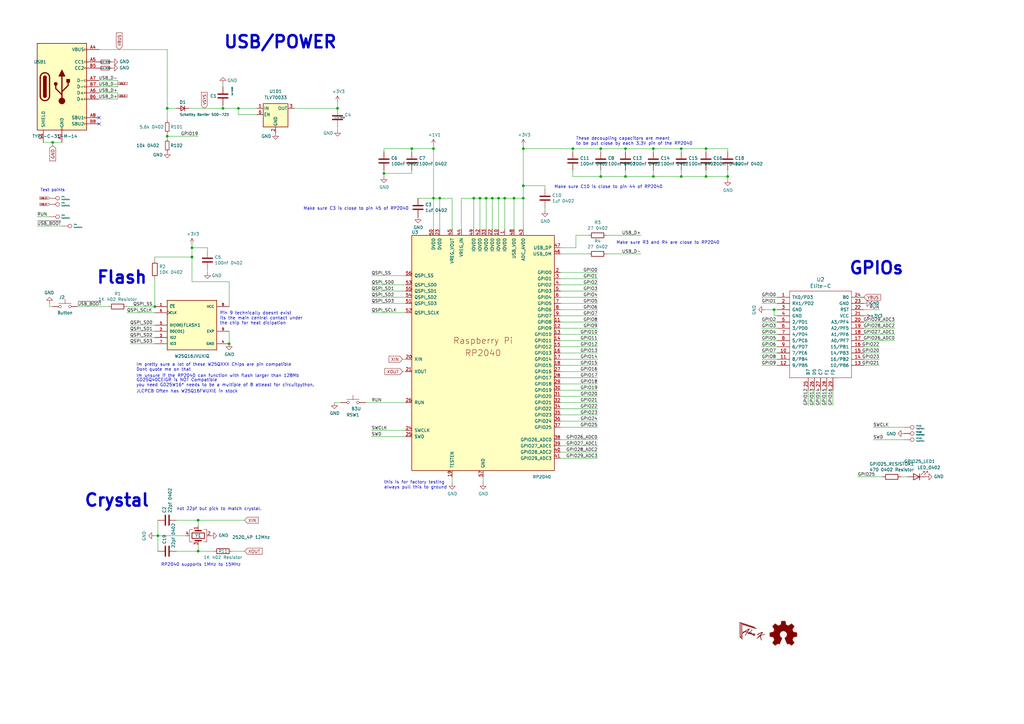
<source format=kicad_sch>
(kicad_sch (version 20211123) (generator eeschema)
  (paper "A3")
  (title_block (title "Raspberry Pi Pico Clone") (date "2020-12-18") (rev "REV1") (company "Envious.Design"))
  (lib_symbols
    (symbol "Connector:TestPoint" (pin_numbers hide) (pin_names (offset 0.762) hide)
      (property "Reference" "TP" (at 0 6.858 0))
      (property "Value" "TestPoint" (at 0 5.08 0))
      (symbol "TestPoint_1_1"
        (pin passive line (at 0 0 90) (length 2.54) (name "1") (number "1"))
      )
    )
    (symbol "Device:C" (pin_numbers hide) (pin_names (offset 0.254))
      (property "Reference" "C" (at 0.635 2.54 0))
      (property "Value" "C" (at 0.635 -2.54 0))
      (symbol "C_1_1"
        (pin passive line (at 0 3.81 270) (length 2.794) (name "~") (number "1"))
        (pin passive line (at 0 -3.81 90) (length 2.794) (name "~") (number "2"))
      )
    )
    (symbol "Device:Crystal_GND24" (pin_names (offset 1.016) hide)
      (property "Reference" "Y" (at 3.175 5.08 0))
      (property "Value" "Crystal_GND24" (at 3.175 3.175 0))
      (symbol "Crystal_GND24_1_1"
        (pin passive line (at -3.81 0 0) (length 1.27) (name "1") (number "1"))
        (pin passive line (at 0 5.08 270) (length 1.27) (name "2") (number "2"))
        (pin passive line (at 3.81 0 180) (length 1.27) (name "3") (number "3"))
        (pin passive line (at 0 -5.08 90) (length 1.27) (name "4") (number "4"))
      )
    )
    (symbol "Device:D_Small" (pin_numbers hide) (pin_names (offset 0.254) hide)
      (property "Reference" "D" (at -1.27 2.032 0))
      (property "Value" "D_Small" (at -3.81 -2.032 0))
      (symbol "D_Small_1_1"
        (pin passive line (at -2.54 0 0) (length 1.778) (name "K") (number "1"))
        (pin passive line (at 2.54 0 180) (length 1.778) (name "A") (number "2"))
      )
    )
    (symbol "Device:LED" (pin_numbers hide) (pin_names (offset 1.016) hide)
      (property "Reference" "D" (at 0 2.54 0))
      (property "Value" "LED" (at 0 -2.54 0))
      (symbol "LED_1_1"
        (pin passive line (at -3.81 0 0) (length 2.54) (name "K") (number "1"))
        (pin passive line (at 3.81 0 180) (length 2.54) (name "A") (number "2"))
      )
    )
    (symbol "Device:R" (pin_numbers hide) (pin_names (offset 0))
      (property "Reference" "R" (at 2.032 0 90))
      (property "Value" "R" (at 0 0 90))
      (symbol "R_1_1"
        (pin passive line (at 0 3.81 270) (length 1.27) (name "~") (number "1"))
        (pin passive line (at 0 -3.81 90) (length 1.27) (name "~") (number "2"))
      )
    )
    (symbol "Device:R_Small" (pin_numbers hide) (pin_names (offset 0.254) hide)
      (property "Reference" "R" (at 0.762 0.508 0))
      (property "Value" "R_Small" (at 0.762 -1.016 0))
      (symbol "R_Small_1_1"
        (pin passive line (at 0 2.54 270) (length 0.762) (name "~") (number "1"))
        (pin passive line (at 0 -2.54 90) (length 0.762) (name "~") (number "2"))
      )
    )
    (symbol "Graphic:Logo_Open_Hardware_Small" (pin_names (offset 1.016)))
    (symbol "MCU_RaspberryPi_RP2040:RP2040" (pin_names (offset 1.016))
      (property "Reference" "U" (at -29.21 49.53 0))
      (property "Value" "RP2040" (at 24.13 -49.53 0))
      (symbol "RP2040_0_0"
        (text "Raspberry Pi" (at 0 5.08 0) (effects (font (size 2.54 2.54))))
        (text "RP2040" (at 0 0 0) (effects (font (size 2.54 2.54))))
      )
      (symbol "RP2040_1_1"
        (pin power_in line (at 8.89 50.8 270) (length 2.54) (name "IOVDD") (number "1"))
        (pin power_in line (at 6.35 50.8 270) (length 2.54) (name "IOVDD") (number "10"))
        (pin bidirectional line (at 31.75 12.7 180) (length 2.54) (name "GPIO8") (number "11"))
        (pin bidirectional line (at 31.75 10.16 180) (length 2.54) (name "GPIO9") (number "12"))
        (pin bidirectional line (at 31.75 7.62 180) (length 2.54) (name "GPIO10") (number "13"))
        (pin bidirectional line (at 31.75 5.08 180) (length 2.54) (name "GPIO11") (number "14"))
        (pin bidirectional line (at 31.75 2.54 180) (length 2.54) (name "GPIO12") (number "15"))
        (pin bidirectional line (at 31.75 0 180) (length 2.54) (name "GPIO13") (number "16"))
        (pin bidirectional line (at 31.75 -2.54 180) (length 2.54) (name "GPIO14") (number "17"))
        (pin bidirectional line (at 31.75 -5.08 180) (length 2.54) (name "GPIO15") (number "18"))
        (pin passive line (at -12.7 -50.8 90) (length 2.54) (name "TESTEN") (number "19"))
        (pin bidirectional line (at 31.75 33.02 180) (length 2.54) (name "GPIO0") (number "2"))
        (pin input line (at -31.75 -2.54 0) (length 2.54) (name "XIN") (number "20"))
        (pin passive line (at -31.75 -7.62 0) (length 2.54) (name "XOUT") (number "21"))
        (pin power_in line (at 3.81 50.8 270) (length 2.54) (name "IOVDD") (number "22"))
        (pin power_in line (at -17.78 50.8 270) (length 2.54) (name "DVDD") (number "23"))
        (pin output line (at -31.75 -31.75 0) (length 2.54) (name "SWCLK") (number "24"))
        (pin bidirectional line (at -31.75 -34.29 0) (length 2.54) (name "SWD") (number "25"))
        (pin input line (at -31.75 -20.32 0) (length 2.54) (name "RUN") (number "26"))
        (pin bidirectional line (at 31.75 -7.62 180) (length 2.54) (name "GPIO16") (number "27"))
        (pin bidirectional line (at 31.75 -10.16 180) (length 2.54) (name "GPIO17") (number "28"))
        (pin bidirectional line (at 31.75 -12.7 180) (length 2.54) (name "GPIO18") (number "29"))
        (pin bidirectional line (at 31.75 30.48 180) (length 2.54) (name "GPIO1") (number "3"))
        (pin bidirectional line (at 31.75 -15.24 180) (length 2.54) (name "GPIO19") (number "30"))
        (pin bidirectional line (at 31.75 -17.78 180) (length 2.54) (name "GPIO20") (number "31"))
        (pin bidirectional line (at 31.75 -20.32 180) (length 2.54) (name "GPIO21") (number "32"))
        (pin power_in line (at 1.27 50.8 270) (length 2.54) (name "IOVDD") (number "33"))
        (pin bidirectional line (at 31.75 -22.86 180) (length 2.54) (name "GPIO22") (number "34"))
        (pin bidirectional line (at 31.75 -25.4 180) (length 2.54) (name "GPIO23") (number "35"))
        (pin bidirectional line (at 31.75 -27.94 180) (length 2.54) (name "GPIO24") (number "36"))
        (pin bidirectional line (at 31.75 -30.48 180) (length 2.54) (name "GPIO25") (number "37"))
        (pin bidirectional line (at 31.75 -35.56 180) (length 2.54) (name "GPIO26_ADC0") (number "38"))
        (pin bidirectional line (at 31.75 -38.1 180) (length 2.54) (name "GPIO27_ADC1") (number "39"))
        (pin bidirectional line (at 31.75 27.94 180) (length 2.54) (name "GPIO2") (number "4"))
        (pin bidirectional line (at 31.75 -40.64 180) (length 2.54) (name "GPIO28_ADC2") (number "40"))
        (pin bidirectional line (at 31.75 -43.18 180) (length 2.54) (name "GPIO29_ADC3") (number "41"))
        (pin power_in line (at -1.27 50.8 270) (length 2.54) (name "IOVDD") (number "42"))
        (pin power_in line (at 16.51 50.8 270) (length 2.54) (name "ADC_AVDD") (number "43"))
        (pin power_in line (at -8.89 50.8 270) (length 2.54) (name "VREG_IN") (number "44"))
        (pin power_out line (at -12.7 50.8 270) (length 2.54) (name "VREG_VOUT") (number "45"))
        (pin bidirectional line (at 31.75 40.64 180) (length 2.54) (name "USB_DM") (number "46"))
        (pin bidirectional line (at 31.75 43.18 180) (length 2.54) (name "USB_DP") (number "47"))
        (pin power_in line (at 12.7 50.8 270) (length 2.54) (name "USB_VDD") (number "48"))
        (pin power_in line (at -3.81 50.8 270) (length 2.54) (name "IOVDD") (number "49"))
        (pin bidirectional line (at 31.75 25.4 180) (length 2.54) (name "GPIO3") (number "5"))
        (pin power_in line (at -20.32 50.8 270) (length 2.54) (name "DVDD") (number "50"))
        (pin bidirectional line (at -31.75 20.32 0) (length 2.54) (name "QSPI_SD3") (number "51"))
        (pin output line (at -31.75 16.51 0) (length 2.54) (name "QSPI_SCLK") (number "52"))
        (pin bidirectional line (at -31.75 27.94 0) (length 2.54) (name "QSPI_SD0") (number "53"))
        (pin bidirectional line (at -31.75 22.86 0) (length 2.54) (name "QSPI_SD2") (number "54"))
        (pin bidirectional line (at -31.75 25.4 0) (length 2.54) (name "QSPI_SD1") (number "55"))
        (pin bidirectional line (at -31.75 31.75 0) (length 2.54) (name "QSPI_SS") (number "56"))
        (pin power_in line (at 0 -50.8 90) (length 2.54) (name "GND") (number "57"))
        (pin bidirectional line (at 31.75 22.86 180) (length 2.54) (name "GPIO4") (number "6"))
        (pin bidirectional line (at 31.75 20.32 180) (length 2.54) (name "GPIO5") (number "7"))
        (pin bidirectional line (at 31.75 17.78 180) (length 2.54) (name "GPIO6") (number "8"))
        (pin bidirectional line (at 31.75 15.24 180) (length 2.54) (name "GPIO7") (number "9"))
      )
    )
    (symbol "Regulator_Linear:TLV70033_WSON6" (pin_names (offset 0.254))
      (property "Reference" "U" (at -3.81 5.715 0))
      (property "Value" "TLV70033_WSON6" (at 0 5.715 0))
      (symbol "TLV70033_WSON6_1_1"
        (pin power_in line (at -7.62 2.54 0) (length 2.54) (name "IN") (number "1"))
        (pin power_in line (at 0 -7.62 90) (length 2.54) (name "GND") (number "2"))
        (pin power_out line (at 7.62 2.54 180) (length 2.54) (name "OUT") (number "3"))
        (pin no_connect line (at 7.62 0 180) (length 2.54) hide (name "NC") (number "4"))
        (pin no_connect line (at -2.54 -7.62 90) (length 2.54) hide (name "NC") (number "5"))
        (pin input line (at -7.62 0 0) (length 2.54) (name "EN") (number "6"))
      )
    )
    (symbol "Switch:SW_Push" (pin_numbers hide) (pin_names (offset 1.016) hide)
      (property "Reference" "SW" (at 1.27 2.54 0))
      (property "Value" "SW_Push" (at 0 -1.524 0))
      (symbol "SW_Push_0_1"
        (pin passive line (at -5.08 0 0) (length 2.54) (name "1") (number "1"))
        (pin passive line (at 5.08 0 180) (length 2.54) (name "2") (number "2"))
      )
    )
    (symbol "W25Q256JVEIQ_TR:W25Q256JVEIQ_TR" (pin_names (offset 1.016))
      (property "Reference" "U" (at -10.16 10.668 0))
      (property "Value" "W25Q256JVEIQ_TR" (at -10.16 -13.208 0))
      (symbol "W25Q256JVEIQ_TR_0_0"
        (pin input line (at -15.24 7.62 0) (length 5.08) (name "~{CS}") (number "1"))
        (pin bidirectional line (at -15.24 -2.54 0) (length 5.08) (name "DO(IO1)") (number "2"))
        (pin bidirectional line (at -15.24 -5.08 0) (length 5.08) (name "IO2") (number "3"))
        (pin power_in line (at 15.24 -7.62 180) (length 5.08) (name "GND") (number "4"))
        (pin bidirectional line (at -15.24 0 0) (length 5.08) (name "DI(IO0)") (number "5"))
        (pin input clock (at -15.24 5.08 0) (length 5.08) (name "CLK") (number "6"))
        (pin bidirectional line (at -15.24 -7.62 0) (length 5.08) (name "IO3") (number "7"))
        (pin power_in line (at 15.24 7.62 180) (length 5.08) (name "VCC") (number "8"))
        (pin power_in line (at 15.24 -2.54 180) (length 5.08) (name "EXP") (number "9"))
      )
    )
    (symbol "josh-connector:USB_C_U262-161N-4BVC11" (pin_names (offset 1.016))
      (property "Reference" "J" (at -10.16 19.05 0))
      (property "Value" "USB_C_U262-161N-4BVC11" (at 19.05 19.05 0))
      (symbol "USB_C_U262-161N-4BVC11_1_1"
        (pin power_in line (at 0 -22.86 90) (length 5.08) (name "GND") (number "A1"))
        (pin passive line (at 0 -22.86 90) (length 5.08) hide (name "GND") (number "A12"))
        (pin power_in line (at 15.24 15.24 180) (length 5.08) (name "VBUS") (number "A4"))
        (pin bidirectional line (at 15.24 10.16 180) (length 5.08) (name "CC1") (number "A5"))
        (pin bidirectional line (at 15.24 -2.54 180) (length 5.08) (name "D+") (number "A6"))
        (pin bidirectional line (at 15.24 2.54 180) (length 5.08) (name "D-") (number "A7"))
        (pin bidirectional line (at 15.24 -12.7 180) (length 5.08) (name "SBU1") (number "A8"))
        (pin passive line (at 15.24 15.24 180) (length 5.08) hide (name "VBUS") (number "A9"))
        (pin passive line (at 0 -22.86 90) (length 5.08) hide (name "GND") (number "B1"))
        (pin passive line (at 0 -22.86 90) (length 5.08) hide (name "GND") (number "B12"))
        (pin passive line (at 15.24 15.24 180) (length 5.08) hide (name "VBUS") (number "B4"))
        (pin bidirectional line (at 15.24 7.62 180) (length 5.08) (name "CC2") (number "B5"))
        (pin bidirectional line (at 15.24 -5.08 180) (length 5.08) (name "D+") (number "B6"))
        (pin bidirectional line (at 15.24 0 180) (length 5.08) (name "D-") (number "B7"))
        (pin bidirectional line (at 15.24 -15.24 180) (length 5.08) (name "SBU2") (number "B8"))
        (pin passive line (at 15.24 15.24 180) (length 5.08) hide (name "VBUS") (number "B9"))
        (pin passive line (at -7.62 -22.86 90) (length 5.08) (name "SHIELD") (number "S1"))
      )
    )
    (symbol "keebio:Elite-C" (pin_names (offset 1.016))
      (property "Reference" "U" (at 0 0 0))
      (property "Value" "Elite-C" (at 0 2.54 0))
      (symbol "Elite-C_1_1"
        (pin input line (at -17.78 13.97 0) (length 5.08) (name "TX0/PD3") (number "1"))
        (pin input line (at -17.78 -8.89 0) (length 5.08) (name "7/PE6") (number "10"))
        (pin input line (at -17.78 -11.43 0) (length 5.08) (name "8/PB4") (number "11"))
        (pin input line (at -17.78 -13.97 0) (length 5.08) (name "9/PB5") (number "12"))
        (pin input line (at 17.78 -13.97 180) (length 5.08) (name "10/PB6") (number "13"))
        (pin input line (at 17.78 -11.43 180) (length 5.08) (name "16/PB2") (number "14"))
        (pin input line (at 17.78 -8.89 180) (length 5.08) (name "14/PB3") (number "15"))
        (pin input line (at 17.78 -6.35 180) (length 5.08) (name "15/PB1") (number "16"))
        (pin input line (at 17.78 -3.81 180) (length 5.08) (name "A0/PF7") (number "17"))
        (pin input line (at 17.78 -1.27 180) (length 5.08) (name "A1/PF6") (number "18"))
        (pin input line (at 17.78 1.27 180) (length 5.08) (name "A2/PF5") (number "19"))
        (pin input line (at -17.78 11.43 0) (length 5.08) (name "RX1/PD2") (number "2"))
        (pin input line (at 17.78 3.81 180) (length 5.08) (name "A3/PF4") (number "20"))
        (pin input line (at 17.78 6.35 180) (length 5.08) (name "VCC") (number "21"))
        (pin input line (at 17.78 8.89 180) (length 5.08) (name "RST") (number "22"))
        (pin input line (at 17.78 11.43 180) (length 5.08) (name "GND") (number "23"))
        (pin input line (at 17.78 13.97 180) (length 5.08) (name "B0") (number "24"))
        (pin input line (at -5.08 -24.13 90) (length 5.08) (name "B7") (number "25"))
        (pin input line (at -2.54 -24.13 90) (length 5.08) (name "D5") (number "26"))
        (pin input line (at 0 -24.13 90) (length 5.08) (name "C7") (number "27"))
        (pin input line (at 2.54 -24.13 90) (length 5.08) (name "F1") (number "28"))
        (pin input line (at 5.08 -24.13 90) (length 5.08) (name "F0") (number "29"))
        (pin input line (at -17.78 8.89 0) (length 5.08) (name "GND") (number "3"))
        (pin input line (at -17.78 6.35 0) (length 5.08) (name "GND") (number "4"))
        (pin input line (at -17.78 3.81 0) (length 5.08) (name "2/PD1") (number "5"))
        (pin input line (at -17.78 1.27 0) (length 5.08) (name "3/PD0") (number "6"))
        (pin input line (at -17.78 -1.27 0) (length 5.08) (name "4/PD4") (number "7"))
        (pin input line (at -17.78 -3.81 0) (length 5.08) (name "5/PC6") (number "8"))
        (pin input line (at -17.78 -6.35 0) (length 5.08) (name "6/PD7") (number "9"))
      )
    )
    (symbol "logo:LOGO" (pin_names (offset 1.016)))
    (symbol "power:+1V1" (power) (pin_names (offset 0))
      (property "Value" "+1V1" (at 0 3.556 0))
      (symbol "+1V1_1_1"
        (pin power_in line (at 0 0 90) (length 0) hide (name "+1V1") (number "1"))
      )
    )
    (symbol "power:+3V3" (power) (pin_names (offset 0))
      (property "Value" "+3V3" (at 0 3.556 0))
      (symbol "+3V3_1_1"
        (pin power_in line (at 0 0 90) (length 0) hide (name "+3V3") (number "1"))
      )
    )
    (symbol "power:GND" (power) (pin_names (offset 0))
      (property "Value" "GND" (at 0 -3.81 0))
      (symbol "GND_1_1"
        (pin power_in line (at 0 0 270) (length 0) hide (name "GND") (number "1"))
      )
    )
  )
  (junction (at 267.97 72.39))
  (junction (at 199.39 81.28))
  (junction (at 64.77 219.71))
  (junction (at 289.56 60.96))
  (junction (at 201.93 81.28))
  (junction (at 157.48 71.12))
  (junction (at 256.54 60.96))
  (junction (at 91.44 44.45))
  (junction (at 63.5 125.73))
  (junction (at 180.34 81.28))
  (junction (at 246.38 72.39))
  (junction (at 68.58 55.88))
  (junction (at 196.85 81.28))
  (junction (at 78.74 101.6))
  (junction (at 177.8 60.96))
  (junction (at 81.28 226.06))
  (junction (at 279.4 60.96))
  (junction (at 68.58 44.45))
  (junction (at 214.63 76.2))
  (junction (at 234.95 60.96))
  (junction (at 210.82 81.28))
  (junction (at 279.4 72.39))
  (junction (at 256.54 72.39))
  (junction (at 78.74 105.41))
  (junction (at 289.56 72.39))
  (junction (at 214.63 60.96))
  (junction (at 21.59 58.42))
  (junction (at 168.91 60.96))
  (junction (at 317.5 127))
  (junction (at 298.45 72.39))
  (junction (at 207.01 81.28))
  (junction (at 177.8 81.28))
  (junction (at 267.97 60.96))
  (junction (at 194.31 81.28))
  (junction (at 97.79 44.45))
  (junction (at 204.47 81.28))
  (junction (at 81.28 213.36))
  (junction (at 214.63 81.28))
  (junction (at 93.98 140.97))
  (junction (at 246.38 60.96))
  (junction (at 138.43 44.45))
  (no_connect (at 40.64 48.26))
  (no_connect (at 40.64 50.8))
  (wire (pts (xy 157.48 71.12) (xy 168.91 71.12)))
  (wire (pts (xy 358.14 180.34) (xy 370.84 180.34)))
  (wire (pts (xy 97.79 46.99) (xy 105.41 46.99)))
  (wire (pts (xy 152.4 116.84) (xy 166.37 116.84)))
  (wire (pts (xy 25.4 92.71) (xy 15.24 92.71)))
  (wire (pts (xy 177.8 81.28) (xy 177.8 93.98)))
  (wire (pts (xy 185.42 93.98) (xy 185.42 81.28)))
  (wire (pts (xy 289.56 72.39) (xy 298.45 72.39)))
  (wire (pts (xy 91.44 43.18) (xy 91.44 44.45)))
  (wire (pts (xy 201.93 93.98) (xy 201.93 81.28)))
  (wire (pts (xy 85.09 102.87) (xy 85.09 101.6)))
  (wire (pts (xy 369.57 195.58) (xy 372.11 195.58)))
  (wire (pts (xy 68.58 20.32) (xy 40.64 20.32)))
  (wire (pts (xy 44.45 125.73) (xy 31.75 125.73)))
  (wire (pts (xy 40.64 38.1) (xy 48.26 38.1)))
  (wire (pts (xy 267.97 72.39) (xy 256.54 72.39)))
  (wire (pts (xy 312.42 124.46) (xy 318.77 124.46)))
  (wire (pts (xy 149.86 165.1) (xy 166.37 165.1)))
  (wire (pts (xy 229.87 152.4) (xy 245.11 152.4)))
  (wire (pts (xy 361.95 195.58) (xy 351.79 195.58)))
  (wire (pts (xy 229.87 114.3) (xy 245.11 114.3)))
  (wire (pts (xy 189.23 93.98) (xy 189.23 81.28)))
  (wire (pts (xy 289.56 60.96) (xy 298.45 60.96)))
  (wire (pts (xy 229.87 129.54) (xy 245.11 129.54)))
  (wire (pts (xy 85.09 101.6) (xy 78.74 101.6)))
  (wire (pts (xy 256.54 69.85) (xy 256.54 72.39)))
  (wire (pts (xy 229.87 154.94) (xy 245.11 154.94)))
  (wire (pts (xy 334.01 166.37) (xy 334.01 160.02)))
  (wire (pts (xy 298.45 69.85) (xy 298.45 72.39)))
  (wire (pts (xy 229.87 157.48) (xy 245.11 157.48)))
  (wire (pts (xy 339.09 166.37) (xy 339.09 160.02)))
  (wire (pts (xy 256.54 62.23) (xy 256.54 60.96)))
  (wire (pts (xy 87.63 226.06) (xy 81.28 226.06)))
  (wire (pts (xy 223.52 85.09) (xy 223.52 86.36)))
  (wire (pts (xy 236.22 96.52) (xy 241.3 96.52)))
  (wire (pts (xy 229.87 175.26) (xy 245.11 175.26)))
  (wire (pts (xy 354.33 132.08) (xy 367.03 132.08)))
  (wire (pts (xy 196.85 93.98) (xy 196.85 81.28)))
  (wire (pts (xy 68.58 55.88) (xy 81.28 55.88)))
  (wire (pts (xy 229.87 134.62) (xy 245.11 134.62)))
  (wire (pts (xy 354.33 127) (xy 360.68 127)))
  (wire (pts (xy 64.77 226.06) (xy 64.77 219.71)))
  (wire (pts (xy 210.82 81.28) (xy 214.63 81.28)))
  (wire (pts (xy 165.1 147.32) (xy 166.37 147.32)))
  (wire (pts (xy 210.82 93.98) (xy 210.82 81.28)))
  (wire (pts (xy 246.38 72.39) (xy 256.54 72.39)))
  (wire (pts (xy 341.63 166.37) (xy 341.63 160.02)))
  (wire (pts (xy 77.47 44.45) (xy 91.44 44.45)))
  (wire (pts (xy 97.79 44.45) (xy 105.41 44.45)))
  (wire (pts (xy 229.87 187.96) (xy 245.11 187.96)))
  (wire (pts (xy 354.33 137.16) (xy 367.03 137.16)))
  (wire (pts (xy 199.39 93.98) (xy 199.39 81.28)))
  (wire (pts (xy 68.58 20.32) (xy 68.58 44.45)))
  (wire (pts (xy 68.58 49.53) (xy 68.58 44.45)))
  (wire (pts (xy 298.45 73.66) (xy 298.45 72.39)))
  (wire (pts (xy 48.26 33.02) (xy 40.64 33.02)))
  (wire (pts (xy 63.5 133.35) (xy 53.34 133.35)))
  (wire (pts (xy 207.01 81.28) (xy 207.01 93.98)))
  (wire (pts (xy 177.8 59.69) (xy 177.8 60.96)))
  (wire (pts (xy 246.38 60.96) (xy 256.54 60.96)))
  (wire (pts (xy 279.4 72.39) (xy 267.97 72.39)))
  (wire (pts (xy 289.56 60.96) (xy 289.56 62.23)))
  (wire (pts (xy 120.65 44.45) (xy 138.43 44.45)))
  (wire (pts (xy 189.23 81.28) (xy 194.31 81.28)))
  (wire (pts (xy 52.07 128.27) (xy 63.5 128.27)))
  (wire (pts (xy 354.33 139.7) (xy 367.03 139.7)))
  (wire (pts (xy 68.58 44.45) (xy 72.39 44.45)))
  (wire (pts (xy 72.39 213.36) (xy 81.28 213.36)))
  (wire (pts (xy 21.59 59.69) (xy 21.59 58.42)))
  (wire (pts (xy 81.28 215.9) (xy 81.28 213.36)))
  (wire (pts (xy 81.28 213.36) (xy 100.33 213.36)))
  (wire (pts (xy 229.87 132.08) (xy 245.11 132.08)))
  (wire (pts (xy 229.87 170.18) (xy 245.11 170.18)))
  (wire (pts (xy 64.77 219.71) (xy 63.5 219.71)))
  (wire (pts (xy 229.87 142.24) (xy 245.11 142.24)))
  (wire (pts (xy 229.87 172.72) (xy 245.11 172.72)))
  (wire (pts (xy 360.68 144.78) (xy 354.33 144.78)))
  (wire (pts (xy 48.26 38.1) (xy 48.26 40.64)))
  (wire (pts (xy 354.33 142.24) (xy 360.68 142.24)))
  (wire (pts (xy 318.77 142.24) (xy 312.42 142.24)))
  (wire (pts (xy 318.77 147.32) (xy 312.42 147.32)))
  (wire (pts (xy 139.7 165.1) (xy 137.16 165.1)))
  (wire (pts (xy 95.25 226.06) (xy 100.33 226.06)))
  (wire (pts (xy 317.5 127) (xy 317.5 129.54)))
  (wire (pts (xy 312.42 139.7) (xy 318.77 139.7)))
  (wire (pts (xy 93.98 125.73) (xy 93.98 115.57)))
  (wire (pts (xy 279.4 60.96) (xy 289.56 60.96)))
  (wire (pts (xy 168.91 60.96) (xy 177.8 60.96)))
  (wire (pts (xy 229.87 137.16) (xy 245.11 137.16)))
  (wire (pts (xy 229.87 180.34) (xy 245.11 180.34)))
  (wire (pts (xy 63.5 114.3) (xy 63.5 125.73)))
  (wire (pts (xy 248.92 96.52) (xy 262.89 96.52)))
  (wire (pts (xy 229.87 147.32) (xy 245.11 147.32)))
  (wire (pts (xy 194.31 81.28) (xy 196.85 81.28)))
  (wire (pts (xy 336.55 166.37) (xy 336.55 160.02)))
  (wire (pts (xy 157.48 62.23) (xy 157.48 60.96)))
  (wire (pts (xy 214.63 60.96) (xy 234.95 60.96)))
  (wire (pts (xy 48.26 33.02) (xy 48.26 35.56)))
  (wire (pts (xy 166.37 113.03) (xy 152.4 113.03)))
  (wire (pts (xy 15.24 88.9) (xy 20.32 88.9)))
  (wire (pts (xy 229.87 111.76) (xy 245.11 111.76)))
  (wire (pts (xy 313.69 127) (xy 317.5 127)))
  (wire (pts (xy 229.87 116.84) (xy 245.11 116.84)))
  (wire (pts (xy 157.48 60.96) (xy 168.91 60.96)))
  (wire (pts (xy 180.34 93.98) (xy 180.34 81.28)))
  (wire (pts (xy 312.42 132.08) (xy 318.77 132.08)))
  (wire (pts (xy 229.87 165.1) (xy 245.11 165.1)))
  (wire (pts (xy 152.4 121.92) (xy 166.37 121.92)))
  (wire (pts (xy 166.37 176.53) (xy 152.4 176.53)))
  (wire (pts (xy 298.45 60.96) (xy 298.45 62.23)))
  (wire (pts (xy 229.87 167.64) (xy 245.11 167.64)))
  (wire (pts (xy 81.28 226.06) (xy 81.28 223.52)))
  (wire (pts (xy 21.59 58.42) (xy 17.78 58.42)))
  (wire (pts (xy 214.63 59.69) (xy 214.63 60.96)))
  (wire (pts (xy 64.77 219.71) (xy 76.2 219.71)))
  (wire (pts (xy 180.34 81.28) (xy 177.8 81.28)))
  (wire (pts (xy 91.44 44.45) (xy 97.79 44.45)))
  (wire (pts (xy 152.4 124.46) (xy 166.37 124.46)))
  (wire (pts (xy 138.43 41.91) (xy 138.43 44.45)))
  (wire (pts (xy 331.47 166.37) (xy 331.47 160.02)))
  (wire (pts (xy 194.31 93.98) (xy 194.31 81.28)))
  (wire (pts (xy 52.07 125.73) (xy 63.5 125.73)))
  (wire (pts (xy 53.34 135.89) (xy 63.5 135.89)))
  (wire (pts (xy 157.48 69.85) (xy 157.48 71.12)))
  (wire (pts (xy 185.42 81.28) (xy 180.34 81.28)))
  (wire (pts (xy 354.33 147.32) (xy 360.68 147.32)))
  (wire (pts (xy 78.74 100.33) (xy 78.74 101.6)))
  (wire (pts (xy 229.87 162.56) (xy 245.11 162.56)))
  (wire (pts (xy 234.95 62.23) (xy 234.95 60.96)))
  (wire (pts (xy 229.87 124.46) (xy 245.11 124.46)))
  (wire (pts (xy 78.74 101.6) (xy 78.74 105.41)))
  (wire (pts (xy 312.42 149.86) (xy 318.77 149.86)))
  (wire (pts (xy 289.56 69.85) (xy 289.56 72.39)))
  (wire (pts (xy 229.87 101.6) (xy 236.22 101.6)))
  (wire (pts (xy 21.59 58.42) (xy 25.4 58.42)))
  (wire (pts (xy 236.22 96.52) (xy 236.22 101.6)))
  (wire (pts (xy 185.42 195.58) (xy 185.42 198.12)))
  (wire (pts (xy 20.32 125.73) (xy 20.32 124.46)))
  (wire (pts (xy 166.37 128.27) (xy 152.4 128.27)))
  (wire (pts (xy 267.97 60.96) (xy 279.4 60.96)))
  (wire (pts (xy 267.97 69.85) (xy 267.97 72.39)))
  (wire (pts (xy 199.39 81.28) (xy 201.93 81.28)))
  (wire (pts (xy 234.95 69.85) (xy 234.95 72.39)))
  (wire (pts (xy 229.87 182.88) (xy 245.11 182.88)))
  (wire (pts (xy 40.64 40.64) (xy 48.26 40.64)))
  (wire (pts (xy 229.87 144.78) (xy 245.11 144.78)))
  (wire (pts (xy 360.68 149.86) (xy 354.33 149.86)))
  (wire (pts (xy 214.63 81.28) (xy 214.63 93.98)))
  (wire (pts (xy 78.74 115.57) (xy 93.98 115.57)))
  (wire (pts (xy 246.38 62.23) (xy 246.38 60.96)))
  (wire (pts (xy 68.58 54.61) (xy 68.58 55.88)))
  (wire (pts (xy 256.54 60.96) (xy 267.97 60.96)))
  (wire (pts (xy 21.59 125.73) (xy 20.32 125.73)))
  (wire (pts (xy 229.87 160.02) (xy 245.11 160.02)))
  (wire (pts (xy 204.47 81.28) (xy 207.01 81.28)))
  (wire (pts (xy 152.4 119.38) (xy 166.37 119.38)))
  (wire (pts (xy 229.87 139.7) (xy 245.11 139.7)))
  (wire (pts (xy 234.95 72.39) (xy 246.38 72.39)))
  (wire (pts (xy 312.42 134.62) (xy 318.77 134.62)))
  (wire (pts (xy 229.87 121.92) (xy 245.11 121.92)))
  (wire (pts (xy 279.4 62.23) (xy 279.4 60.96)))
  (wire (pts (xy 168.91 71.12) (xy 168.91 69.85)))
  (wire (pts (xy 229.87 185.42) (xy 245.11 185.42)))
  (wire (pts (xy 354.33 134.62) (xy 367.03 134.62)))
  (wire (pts (xy 204.47 93.98) (xy 204.47 81.28)))
  (wire (pts (xy 138.43 52.07) (xy 138.43 53.34)))
  (wire (pts (xy 317.5 127) (xy 318.77 127)))
  (wire (pts (xy 201.93 81.28) (xy 204.47 81.28)))
  (wire (pts (xy 214.63 76.2) (xy 223.52 76.2)))
  (wire (pts (xy 279.4 69.85) (xy 279.4 72.39)))
  (wire (pts (xy 234.95 60.96) (xy 246.38 60.96)))
  (wire (pts (xy 289.56 72.39) (xy 279.4 72.39)))
  (wire (pts (xy 166.37 179.07) (xy 152.4 179.07)))
  (wire (pts (xy 248.92 104.14) (xy 262.89 104.14)))
  (wire (pts (xy 312.42 121.92) (xy 318.77 121.92)))
  (wire (pts (xy 317.5 129.54) (xy 318.77 129.54)))
  (wire (pts (xy 214.63 60.96) (xy 214.63 76.2)))
  (wire (pts (xy 64.77 219.71) (xy 64.77 213.36)))
  (wire (pts (xy 229.87 104.14) (xy 241.3 104.14)))
  (wire (pts (xy 81.28 226.06) (xy 72.39 226.06)))
  (wire (pts (xy 214.63 76.2) (xy 214.63 81.28)))
  (wire (pts (xy 68.58 57.15) (xy 68.58 55.88)))
  (wire (pts (xy 229.87 149.86) (xy 245.11 149.86)))
  (wire (pts (xy 63.5 105.41) (xy 78.74 105.41)))
  (wire (pts (xy 246.38 72.39) (xy 246.38 69.85)))
  (wire (pts (xy 168.91 62.23) (xy 168.91 60.96)))
  (wire (pts (xy 229.87 119.38) (xy 245.11 119.38)))
  (wire (pts (xy 370.84 175.26) (xy 358.14 175.26)))
  (wire (pts (xy 97.79 46.99) (xy 97.79 44.45)))
  (wire (pts (xy 157.48 71.12) (xy 157.48 72.39)))
  (wire (pts (xy 207.01 81.28) (xy 210.82 81.28)))
  (wire (pts (xy 48.26 35.56) (xy 40.64 35.56)))
  (wire (pts (xy 223.52 77.47) (xy 223.52 76.2)))
  (wire (pts (xy 63.5 140.97) (xy 53.34 140.97)))
  (wire (pts (xy 229.87 127) (xy 245.11 127)))
  (wire (pts (xy 198.12 195.58) (xy 198.12 198.12)))
  (wire (pts (xy 166.37 152.4) (xy 165.1 152.4)))
  (wire (pts (xy 85.09 110.49) (xy 85.09 111.76)))
  (wire (pts (xy 93.98 140.97) (xy 93.98 135.89)))
  (wire (pts (xy 318.77 137.16) (xy 312.42 137.16)))
  (wire (pts (xy 63.5 106.68) (xy 63.5 105.41)))
  (wire (pts (xy 177.8 60.96) (xy 177.8 81.28)))
  (wire (pts (xy 312.42 144.78) (xy 318.77 144.78)))
  (wire (pts (xy 78.74 105.41) (xy 78.74 115.57)))
  (wire (pts (xy 177.8 81.28) (xy 171.45 81.28)))
  (wire (pts (xy 267.97 62.23) (xy 267.97 60.96)))
  (wire (pts (xy 63.5 138.43) (xy 53.34 138.43)))
  (wire (pts (xy 196.85 81.28) (xy 199.39 81.28)))
  (wire (pts (xy 91.44 35.56) (xy 91.44 34.29)))
  (text "Im unsure if the RP2040 can function with flash larger than 128Mb" (at 55.88 154.94 0) (effects (font (size 1.27 1.27)) (justify left bottom)))
  (text "Make sure R3 and R4 are close to RP2040" (at 252.73 100.33 0) (effects (font (size 1.27 1.27)) (justify left bottom)))
  (text "RP2040 supports 1MHz to 15MHz" (at 66.04 232.41 0) (effects (font (size 1.27 1.27)) (justify left bottom)))
  (text "USB/POWER" (at 91.44 20.32 0) (effects (font (size 5.0038 5.0038) (thickness 1.0008) bold) (justify left bottom)))
  (text "not 22pf but pick to match crystal." (at 72.39 209.55 0) (effects (font (size 1.27 1.27)) (justify left bottom)))
  (text "GPIOs" (at 347.98 113.03 0) (effects (font (size 5.0038 5.0038) (thickness 1.0008) bold) (justify left bottom)))
  (text "Flash" (at 39.37 116.84 0) (effects (font (size 5.0038 5.0038) (thickness 1.0008) bold) (justify left bottom)))
  (text "Pin 9 technically doesnt exist\nits the main central contact under\nthe chip for heat dicipation" (at 90.17 133.35 0) (effects (font (size 1.27 1.27)) (justify left bottom)))
  (text "JLCPCB Often has W25Q16FWUXIE in stock" (at 55.88 161.29 0) (effects (font (size 1.27 1.27)) (justify left bottom)))
  (text "These decoupling capacitors are meant\nto be put close by each 3.3V pin of the RP2040" (at 236.22 59.69 0) (effects (font (size 1.27 1.27)) (justify left bottom)))
  (text "Crystal" (at 34.29 208.28 0) (effects (font (size 5.0038 5.0038) (thickness 1.0008) bold) (justify left bottom)))
  (text "Make sure C3 is close to pin 45 of RP2040" (at 167.64 86.36 180) (effects (font (size 1.27 1.27)) (justify right bottom)))
  (text "Im pretty sure a lot of these W25QXXX Chips are pin compatible\nDont quote me on that" (at 55.88 152.4 0) (effects (font (size 1.27 1.27)) (justify left bottom)))
  (text "Test points" (at 16.51 78.74 0) (effects (font (size 1.1938 1.1938)) (justify left bottom)))
  (text "GD25Q40CEIGR is NOT Compatible\nyou need GD25W16* needs to be a multiple of 8 atleast for circuitpython." (at 55.88 158.75 0) (effects (font (size 1.27 1.27)) (justify left bottom)))
  (text "Make sure C10 is close to pin 44 of RP2040" (at 227.33 77.47 0) (effects (font (size 1.27 1.27)) (justify left bottom)))
  (text "this is for factory testing\nalways pull this to ground" (at 157.48 200.66 0) (effects (font (size 1.27 1.27)) (justify left bottom)))
  (label "GPIO2" (at 312.42 132.08 0))
  (label "GPIO7" (at 245.11 129.54 180))
  (label "GPIO13" (at 245.11 144.78 180))
  (label "GPIO2" (at 245.11 116.84 180))
  (label "GPIO3" (at 312.42 134.62 0))
  (label "GPIO27_ADC1" (at 367.03 137.16 180))
  (label "GPIO29_ADC3" (at 245.11 187.96 180))
  (label "USB_D-" (at 48.26 33.02 180))
  (label "GPIO3" (at 245.11 119.38 180))
  (label "GPIO18" (at 245.11 157.48 180))
  (label "RUN" (at 152.4 165.1 0))
  (label "SWD" (at 152.4 179.07 0))
  (label "GPIO4" (at 245.11 121.92 180))
  (label "GPIO15" (at 245.11 149.86 180))
  (label "QSPI_SD2" (at 152.4 121.92 0))
  (label "GPIO25" (at 351.79 195.58 0))
  (label "GPIO21" (at 245.11 165.1 180))
  (label "USB_D+" (at 48.26 40.64 180))
  (label "GPIO20" (at 245.11 162.56 180))
  (label "GPIO6" (at 245.11 127 180))
  (label "QSPI_SCLK" (at 52.07 128.27 0))
  (label "GPIO12" (at 331.47 166.37 90))
  (label "QSPI_SD1" (at 152.4 119.38 0))
  (label "GPIO10" (at 245.11 137.16 180))
  (label "GPIO4" (at 312.42 137.16 0))
  (label "GPIO19" (at 245.11 160.02 180))
  (label "GPIO25" (at 245.11 175.26 180))
  (label "GPIO26_ADC0" (at 367.03 139.7 180))
  (label "GPIO9" (at 245.11 134.62 180))
  (label "QSPI_SCLK" (at 152.4 128.27 0))
  (label "GPIO23" (at 360.68 147.32 180))
  (label "USB_D-" (at 48.26 35.56 180))
  (label "GPIO1" (at 312.42 124.46 0))
  (label "USB_D-" (at 262.89 104.14 180))
  (label "GPIO15" (at 339.09 166.37 90))
  (label "GPIO21" (at 360.68 149.86 180))
  (label "GPIO7" (at 312.42 144.78 0))
  (label "GPIO26_ADC0" (at 245.11 180.34 180))
  (label "GPIO28_ADC2" (at 245.11 185.42 180))
  (label "GPIO23" (at 245.11 170.18 180))
  (label "GPIO5" (at 245.11 124.46 180))
  (label "RUN" (at 15.24 88.9 0))
  (label "GPIO14" (at 245.11 147.32 180))
  (label "GPIO8" (at 312.42 147.32 0))
  (label "QSPI_SS" (at 54.61 125.73 0))
  (label "SWCLK" (at 152.4 176.53 0))
  (label "GPIO0" (at 312.42 121.92 0))
  (label "QSPI_SD0" (at 53.34 133.35 0))
  (label "GPIO24" (at 245.11 172.72 180))
  (label "GPIO8" (at 245.11 132.08 180))
  (label "GPIO20" (at 360.68 144.78 180))
  (label "GPIO12" (at 245.11 142.24 180))
  (label "QSPI_SD1" (at 53.34 135.89 0))
  (label "GPIO27_ADC1" (at 245.11 182.88 180))
  (label "SWCLK" (at 358.14 175.26 0))
  (label "QSPI_SD3" (at 53.34 140.97 0))
  (label "~{USB_BOOT}" (at 31.75 125.73 0))
  (label "GPIO28_ADC2" (at 367.03 134.62 180))
  (label "SWD" (at 358.14 180.34 0))
  (label "QSPI_SD3" (at 152.4 124.46 0))
  (label "QSPI_SD0" (at 152.4 116.84 0))
  (label "QSPI_SS" (at 152.4 113.03 0))
  (label "QSPI_SD2" (at 53.34 138.43 0))
  (label "GPIO11" (at 245.11 139.7 180))
  (label "GPIO6" (at 312.42 142.24 0))
  (label "GPIO16" (at 245.11 152.4 180))
  (label "GPIO14" (at 336.55 166.37 90))
  (label "GPIO0" (at 245.11 111.76 180))
  (label "~{USB_BOOT}" (at 15.24 92.71 0))
  (label "GPIO9" (at 312.42 149.86 0))
  (label "GPIO13" (at 334.01 166.37 90))
  (label "GPIO1" (at 245.11 114.3 180))
  (label "GPIO22" (at 360.68 142.24 180))
  (label "GPIO5" (at 312.42 139.7 0))
  (label "RUN" (at 360.68 127 180))
  (label "GPIO17" (at 245.11 154.94 180))
  (label "GPIO16" (at 341.63 166.37 90))
  (label "GPIO22" (at 245.11 167.64 180))
  (label "USB_D+" (at 262.89 96.52 180))
  (label "GPIO19" (at 81.28 55.88 180))
  (label "USB_D+" (at 48.26 38.1 180))
  (label "GPIO29_ADC3" (at 367.03 132.08 180))
  (global_label "VBUS" (shape input) (at 48.895 20.32 90) (effects (font (size 1.1938 1.1938))) (property "Intersheet References" "${INTERSHEET_REFS}" (effects hide)))
  (global_label "USB_D-" (shape input) (at 20.32 83.82 180) (effects (font (size 0.508 0.508))) (property "Intersheet References" "${INTERSHEET_REFS}" (effects hide)))
  (global_label "USB_D+" (shape input) (at 48.26 39.37 0) (effects (font (size 0.508 0.508))) (property "Intersheet References" "${INTERSHEET_REFS}" (effects hide)))
  (global_label "USB_D+" (shape input) (at 20.32 81.28 180) (effects (font (size 0.508 0.508))) (property "Intersheet References" "${INTERSHEET_REFS}" (effects hide)))
  (global_label "XOUT" (shape input) (at 165.1 152.4 180) (property "Intersheet References" "${INTERSHEET_REFS}" (effects hide)))
  (global_label "USB_D-" (shape input) (at 48.26 34.29 0) (effects (font (size 0.508 0.508))) (property "Intersheet References" "${INTERSHEET_REFS}" (effects hide)))
  (global_label "VSYS" (shape input) (at 83.82 44.45 90) (effects (font (size 1.1938 1.1938))) (property "Intersheet References" "${INTERSHEET_REFS}" (effects hide)))
  (global_label "GND" (shape input) (at 21.59 59.69 270) (property "Intersheet References" "${INTERSHEET_REFS}" (effects hide)))
  (global_label "XIN" (shape input) (at 165.1 147.32 180) (property "Intersheet References" "${INTERSHEET_REFS}" (effects hide)))
  (global_label "VBUS" (shape input) (at 354.33 121.92 0) (effects (font (size 1.1938 1.1938))) (property "Intersheet References" "${INTERSHEET_REFS}" (effects hide)))
  (global_label "XIN" (shape input) (at 100.33 213.36 0) (property "Intersheet References" "${INTERSHEET_REFS}" (effects hide)))
  (global_label "XOUT" (shape input) (at 100.33 226.06 0) (property "Intersheet References" "${INTERSHEET_REFS}" (effects hide)))
  (symbol (lib_id "MCU_RaspberryPi_RP2040:RP2040") (at 198.12 144.78 0) (unit 1)
    (property "Reference" "U3" (at 170.18 95.25 0))
    (property "Value" "RP2040" (at 222.25 195.58 0))
    (property "Footprint" "RP2040_minimal:RP2040-QFN-56" (effects hide))
    (property "LCSC" " C2040" (effects hide))
  )
  (symbol (lib_id "Device:C") (at 68.58 213.36 90) (unit 1)
    (property "Reference" "C2" (at 67.4116 210.439 0) (effects (justify left)))
    (property "Value" "22pf 0402" (at 69.723 210.439 0) (effects (justify left)))
    (property "Footprint" "Capacitor_SMD:C_0402_1005Metric" (effects hide))
    (property "LCSC" " " (effects hide))
  )
  (symbol (lib_id "power:+3V3") (at 78.74 100.33 0) (unit 1)
    (property "Reference" "#PWR07" (effects hide))
    (property "Value" "+3V3" (at 79.121 95.9358 0))
  )
  (symbol (lib_id "Device:R") (at 63.5 110.49 0) (unit 1)
    (property "Reference" "R2" (at 65.278 109.3216 0) (effects (justify left)))
    (property "Value" "10K 0402" (at 65.278 111.633 0) (effects (justify left)))
    (property "Footprint" "Capacitor_SMD:C_0402_1005Metric" (effects hide))
    (property "LCSC" "  " (effects hide))
  )
  (symbol (lib_id "Device:R") (at 48.26 125.73 270) (unit 1)
    (property "Reference" "R1" (at 48.26 120.4722 90))
    (property "Value" "1K 402 Resistor" (at 48.26 122.7836 90))
    (property "Footprint" "Capacitor_SMD:C_0402_1005Metric" (effects hide))
    (property "LCSC" " " (effects hide))
  )
  (symbol (lib_id "Device:C") (at 85.09 106.68 0) (unit 1)
    (property "Reference" "C5" (at 88.011 105.5116 0) (effects (justify left)))
    (property "Value" "100nf 0402" (at 88.011 107.823 0) (effects (justify left)))
    (property "Footprint" "Capacitor_SMD:C_0402_1005Metric" (effects hide))
    (property "LCSC" " " (effects hide))
  )
  (symbol (lib_id "power:GND") (at 85.09 111.76 0) (unit 1)
    (property "Reference" "#PWR011" (effects hide))
    (property "Value" "GND" (at 88.9 113.03 0))
  )
  (symbol (lib_id "josh-connector:USB_C_U262-161N-4BVC11") (at 25.4 35.56 0) (unit 1)
    (property "Reference" "USB1" (at 19.05 25.4 0) (effects (justify right)))
    (property "Value" "TYPE-C-31-M-14" (at 31.75 55.88 0) (effects (justify right)))
    (property "Footprint" "josh-connectors:USB_C_TYPE-C-31-M-14" (effects hide))
    (property "LCSC" "C223907" (effects hide))
  )
  (symbol (lib_id "power:GND") (at 198.12 198.12 0) (unit 1)
    (property "Reference" "#PWR016" (effects hide))
    (property "Value" "GND" (at 198.247 202.5142 0))
  )
  (symbol (lib_id "power:GND") (at 185.42 198.12 0) (unit 1)
    (property "Reference" "#PWR015" (effects hide))
    (property "Value" "GND" (at 185.547 202.5142 0))
  )
  (symbol (lib_id "Device:R") (at 245.11 96.52 270) (unit 1)
    (property "Reference" "R3" (at 245.11 91.2622 90))
    (property "Value" "27 0402" (at 245.11 93.5736 90))
    (property "Footprint" "Resistor_SMD:R_0402_1005Metric" (effects hide))
    (property "LCSC" " " (effects hide))
  )
  (symbol (lib_id "Device:R") (at 245.11 104.14 270) (unit 1)
    (property "Reference" "R4" (at 245.11 98.8822 90))
    (property "Value" "27 0402" (at 245.11 101.1936 90))
    (property "Footprint" "Resistor_SMD:R_0402_1005Metric" (effects hide))
    (property "LCSC" " " (effects hide))
  )
  (symbol (lib_id "power:+3V3") (at 214.63 59.69 0) (unit 1)
    (property "Reference" "#PWR017" (effects hide))
    (property "Value" "+3V3" (at 215.011 55.2958 0))
  )
  (symbol (lib_id "power:+1V1") (at 177.8 59.69 0) (unit 1)
    (property "Reference" "#PWR014" (effects hide))
    (property "Value" "+1V1" (at 178.181 55.2958 0))
  )
  (symbol (lib_id "Device:C") (at 234.95 66.04 0) (unit 1)
    (property "Reference" "C11" (at 237.871 64.8716 0) (effects (justify left)))
    (property "Value" "100nf 0402" (at 237.871 67.183 0) (effects (justify left)))
    (property "Footprint" "Capacitor_SMD:C_0402_1005Metric" (effects hide))
    (property "LCSC" " " (effects hide))
  )
  (symbol (lib_id "Device:C") (at 157.48 66.04 0) (unit 1)
    (property "Reference" "C6" (at 160.401 64.8716 0) (effects (justify left)))
    (property "Value" "100nf 0402" (at 160.401 67.183 0) (effects (justify left)))
    (property "Footprint" "Capacitor_SMD:C_0402_1005Metric" (effects hide))
    (property "LCSC" " " (effects hide))
  )
  (symbol (lib_id "Device:C") (at 168.91 66.04 0) (unit 1)
    (property "Reference" "C7" (at 171.831 64.8716 0) (effects (justify left)))
    (property "Value" "100nf 0402" (at 171.831 67.183 0) (effects (justify left)))
    (property "Footprint" "Capacitor_SMD:C_0402_1005Metric" (effects hide))
    (property "LCSC" " " (effects hide))
  )
  (symbol (lib_id "Device:C") (at 223.52 81.28 0) (unit 1)
    (property "Reference" "C10" (at 226.441 80.1116 0) (effects (justify left)))
    (property "Value" "1uf 0402" (at 226.441 82.423 0) (effects (justify left)))
    (property "Footprint" "Capacitor_SMD:C_0402_1005Metric" (effects hide))
    (property "LCSC" " " (effects hide))
  )
  (symbol (lib_id "power:GND") (at 157.48 72.39 0) (unit 1)
    (property "Reference" "#PWR012" (effects hide))
    (property "Value" "GND" (at 157.607 76.7842 0))
  )
  (symbol (lib_id "power:GND") (at 223.52 86.36 0) (unit 1)
    (property "Reference" "#PWR018" (effects hide))
    (property "Value" "GND" (at 223.647 90.7542 0))
  )
  (symbol (lib_id "power:+3V3") (at 138.43 41.91 0) (unit 1)
    (property "Reference" "#PWR09" (effects hide))
    (property "Value" "+3V3" (at 138.811 37.5158 0))
  )
  (symbol (lib_id "Device:C") (at 91.44 39.37 180) (unit 1)
    (property "Reference" "C1" (at 88.9 39.37 0) (effects (justify left)))
    (property "Value" "1uf 0402" (at 95.25 35.56 90) (effects (font (size 0.508 0.508)) (justify left)))
    (property "Footprint" "Capacitor_SMD:C_0402_1005Metric" (effects hide))
    (property "LCSC" " " (effects hide))
  )
  (symbol (lib_id "power:GND") (at 91.44 34.29 180) (unit 1)
    (property "Reference" "#PWR04" (effects hide))
    (property "Value" "GND" (at 95.25 33.02 0))
  )
  (symbol (lib_id "Switch:SW_Push") (at 26.67 125.73 0) (mirror y) (unit 1)
    (property "Reference" "J2" (at 25.4 121.92 0))
    (property "Value" "Button" (at 26.67 128.27 0))
    (property "Footprint" "Button_Switch_SMD:SW_SPST_CK_KXT3" (effects hide))
    (property "LCSC" " " (effects hide))
  )
  (symbol (lib_id "power:GND") (at 20.32 124.46 180) (unit 1)
    (property "Reference" "#PWR02" (effects hide))
    (property "Value" "GND" (at 20.193 120.0658 0))
  )
  (symbol (lib_id "logo:LOGO") (at 308.61 259.08 0) (unit 1)
    (property "Reference" "#G1" (effects hide))
    (property "Value" "LOGO" (effects hide))
    (property "Footprint" "EnvExtras:logo" (effects hide))
  )
  (symbol (lib_id "power:GND") (at 171.45 88.9 0) (unit 1)
    (property "Reference" "#PWR06" (effects hide))
    (property "Value" "GND" (at 171.577 93.2942 0))
  )
  (symbol (lib_id "Device:C") (at 171.45 85.09 0) (unit 1)
    (property "Reference" "C3" (at 174.371 83.9216 0) (effects (justify left)))
    (property "Value" "1uf 0402" (at 174.371 86.233 0) (effects (justify left)))
    (property "Footprint" "Capacitor_SMD:C_0402_1005Metric" (effects hide))
    (property "LCSC" " " (effects hide))
  )
  (symbol (lib_id "Graphic:Logo_Open_Hardware_Small") (at 321.31 260.35 0) (unit 1)
    (property "Reference" "#LOGO1" (effects hide))
    (property "Value" "Logo_Open_Hardware_Small" (effects hide))
    (property "Footprint" "EnvExtras:logo" (effects hide))
  )
  (symbol (lib_id "power:GND") (at 93.98 140.97 0) (unit 1)
    (property "Reference" "#PWR0101" (effects hide))
    (property "Value" "GND" (at 94.107 145.3642 0))
  )
  (symbol (lib_id "Device:C") (at 246.38 66.04 0) (unit 1)
    (property "Reference" "C8" (at 249.301 64.8716 0) (effects (justify left)))
    (property "Value" "100nf 0402" (at 249.301 67.183 0) (effects (justify left)))
    (property "Footprint" "Capacitor_SMD:C_0402_1005Metric" (effects hide))
    (property "LCSC" " " (effects hide))
  )
  (symbol (lib_id "W25Q256JVEIQ_TR:W25Q256JVEIQ_TR") (at 78.74 133.35 0) (unit 1)
    (property "Reference" "FLASH1" (at 78.74 133.35 0))
    (property "Value" "W25Q16JVUXIQ" (at 78.74 146.05 0))
    (property "Footprint" "Package_SON:SON-8-1EP_3x2mm_P0.5mm_EP1.4x1.6mm" (effects hide))
    (property "LCSC" "  " (effects hide))
  )
  (symbol (lib_id "Device:C") (at 279.4 66.04 0) (unit 1)
    (property "Reference" "C15" (at 282.321 64.8716 0) (effects (justify left)))
    (property "Value" "100nf 0402" (at 282.321 67.183 0) (effects (justify left)))
    (property "Footprint" "Capacitor_SMD:C_0402_1005Metric" (effects hide))
    (property "LCSC" " " (effects hide))
  )
  (symbol (lib_id "Device:C") (at 267.97 66.04 0) (unit 1)
    (property "Reference" "C14" (at 270.891 64.8716 0) (effects (justify left)))
    (property "Value" "100nf 0402" (at 270.891 67.183 0) (effects (justify left)))
    (property "Footprint" "Capacitor_SMD:C_0402_1005Metric" (effects hide))
    (property "LCSC" " " (effects hide))
  )
  (symbol (lib_id "Device:C") (at 256.54 66.04 0) (unit 1)
    (property "Reference" "C13" (at 259.461 64.8716 0) (effects (justify left)))
    (property "Value" "100nf 0402" (at 259.461 67.183 0) (effects (justify left)))
    (property "Footprint" "Capacitor_SMD:C_0402_1005Metric" (effects hide))
    (property "LCSC" " " (effects hide))
  )
  (symbol (lib_id "power:GND") (at 298.45 73.66 0) (unit 1)
    (property "Reference" "#PWR08" (effects hide))
    (property "Value" "GND" (at 298.577 78.0542 0))
  )
  (symbol (lib_id "Device:R_Small") (at 43.18 27.94 270) (unit 1)
    (property "Reference" "R6" (effects hide))
    (property "Value" "5.1K 0402" (at 43.18 27.94 90) (effects (font (size 0.508 0.508))))
    (property "Footprint" "Resistor_SMD:R_0402_1005Metric" (effects hide))
    (property "LCSC" " " (effects hide))
  )
  (symbol (lib_id "Device:R_Small") (at 43.18 25.4 270) (unit 1)
    (property "Reference" "R5" (effects hide))
    (property "Value" "5.1K 0402" (at 43.18 25.4 90) (effects (font (size 0.508 0.508))))
    (property "Footprint" "Resistor_SMD:R_0402_1005Metric" (effects hide))
    (property "LCSC" " " (effects hide))
  )
  (symbol (lib_id "power:GND") (at 45.72 25.4 90) (unit 1)
    (property "Reference" "#PWR0108" (effects hide))
    (property "Value" "GND" (at 48.9712 25.273 90) (effects (justify right)))
  )
  (symbol (lib_id "power:GND") (at 45.72 27.94 90) (unit 1)
    (property "Reference" "#PWR0109" (effects hide))
    (property "Value" "GND" (at 48.9712 27.813 90) (effects (justify right)))
  )
  (symbol (lib_id "power:GND") (at 63.5 219.71 270) (unit 1)
    (property "Reference" "#PWR0107" (effects hide))
    (property "Value" "GND" (at 59.1058 219.837 0))
  )
  (symbol (lib_id "Device:R") (at 365.76 195.58 270) (unit 1)
    (property "Reference" "GPIO25_RESISTOR1" (at 365.76 190.3222 90))
    (property "Value" "470 0402 Resistor" (at 365.76 192.6336 90))
    (property "Footprint" "Resistor_SMD:R_0402_1005Metric" (effects hide))
    (property "LCSC" " " (effects hide))
  )
  (symbol (lib_id "Device:LED") (at 375.92 195.58 180) (unit 1)
    (property "Reference" "GPIO25_LED1" (at 377.19 189.23 0))
    (property "Value" "LED_0402" (at 381 191.77 0))
    (property "Footprint" "LED_SMD:LED_0402_1005Metric" (effects hide))
    (property "LCSC" " " (effects hide))
  )
  (symbol (lib_id "power:GND") (at 379.73 195.58 90) (unit 1)
    (property "Reference" "#PWR033" (effects hide))
    (property "Value" "GND" (at 382.9812 195.453 90) (effects (justify right)))
  )
  (symbol (lib_id "power:GND") (at 370.84 177.8 270) (unit 1)
    (property "Reference" "#PWR034" (effects hide))
    (property "Value" "GND" (at 367.5888 177.927 90) (effects (justify right)))
  )
  (symbol (lib_id "Connector:TestPoint") (at 20.32 81.28 270) (unit 1)
    (property "Reference" "TP1" (at 25.0952 80.7212 90) (effects (font (size 0.508 0.508)) (justify left)))
    (property "Value" "TestPoint" (at 25.0952 81.8134 90) (effects (font (size 0.508 0.508)) (justify left)))
    (property "Footprint" "EnvExtras:CustomTestPoint" (effects hide))
    (property "LCSC" " " (effects hide))
  )
  (symbol (lib_id "Connector:TestPoint") (at 20.32 83.82 270) (unit 1)
    (property "Reference" "TP2" (at 25.0952 83.2612 90) (effects (font (size 0.508 0.508)) (justify left)))
    (property "Value" "TestPoint" (at 25.0952 84.3534 90) (effects (font (size 0.508 0.508)) (justify left)))
    (property "Footprint" "EnvExtras:CustomTestPoint" (effects hide))
    (property "LCSC" " " (effects hide))
  )
  (symbol (lib_id "Device:C") (at 138.43 48.26 0) (unit 1)
    (property "Reference" "C4" (at 141.351 47.0916 0) (effects (justify left)))
    (property "Value" "4.7uf 0402" (at 137.16 48.26 0) (effects (font (size 0.508 0.508)) (justify left)))
    (property "Footprint" "Capacitor_SMD:C_0402_1005Metric" (effects hide))
    (property "LCSC" " " (effects hide))
  )
  (symbol (lib_id "power:GND") (at 138.43 53.34 0) (unit 1)
    (property "Reference" "#PWR0114" (effects hide))
    (property "Value" "GND" (at 134.62 54.61 0))
  )
  (symbol (lib_id "Device:C") (at 289.56 66.04 0) (unit 1)
    (property "Reference" "C16" (at 292.481 64.8716 0) (effects (justify left)))
    (property "Value" "100nf 0402" (at 292.481 67.183 0) (effects (justify left)))
    (property "Footprint" "Capacitor_SMD:C_0402_1005Metric" (effects hide))
    (property "LCSC" " " (effects hide))
  )
  (symbol (lib_id "Device:C") (at 298.45 66.04 0) (unit 1)
    (property "Reference" "C18" (at 301.371 64.8716 0) (effects (justify left)))
    (property "Value" "100nf 0402" (at 301.371 67.183 0) (effects (justify left)))
    (property "Footprint" "Capacitor_SMD:C_0402_1005Metric" (effects hide))
    (property "LCSC" " " (effects hide))
  )
  (symbol (lib_id "power:GND") (at 86.36 219.71 90) (unit 1)
    (property "Reference" "#PWR0105" (effects hide))
    (property "Value" "GND" (at 89.6112 219.583 90) (effects (justify right)))
  )
  (symbol (lib_id "Device:Crystal_GND24") (at 81.28 219.71 270) (unit 1)
    (property "Reference" "Y1" (at 80.01 219.71 90) (effects (justify left)))
    (property "Value" "2520_4P 12Mhz" (at 95.25 220.345 90) (effects (justify left)))
    (property "Footprint" "Crystal:Crystal_SMD_2520-4Pin_2.5x2.0mm" (effects hide))
    (property "LCSC" " " (effects hide))
  )
  (symbol (lib_id "Device:C") (at 68.58 226.06 90) (unit 1)
    (property "Reference" "C19" (at 67.4116 223.139 0) (effects (justify left)))
    (property "Value" "22pf 0402" (at 71.12 224.79 0) (effects (justify left)))
    (property "Footprint" "Capacitor_SMD:C_0402_1005Metric" (effects hide))
    (property "LCSC" " " (effects hide))
  )
  (symbol (lib_id "power:GND") (at 137.16 165.1 0) (unit 1)
    (property "Reference" "#PWR0106" (effects hide))
    (property "Value" "GND" (at 137.287 169.4942 0))
  )
  (symbol (lib_id "Switch:SW_Push") (at 144.78 165.1 0) (unit 1)
    (property "Reference" "RSW1" (at 144.78 170.18 0))
    (property "Value" "B3U" (at 146.05 167.64 0))
    (property "Footprint" "Button_Switch_SMD:SW_SPST_B3U-1000P" (effects hide))
  )
  (symbol (lib_id "Device:R") (at 91.44 226.06 270) (unit 1)
    (property "Reference" "R11" (at 91.44 226.06 90))
    (property "Value" "1K 402 Resistor" (at 91.44 228.6 90))
    (property "Footprint" "Capacitor_SMD:C_0402_1005Metric" (effects hide))
    (property "LCSC" " " (effects hide))
  )
  (symbol (lib_id "keebio:Elite-C") (at 336.55 135.89 0) (unit 1)
    (property "Reference" "U2" (at 336.55 114.6302 0) (effects (font (size 1.524 1.524))))
    (property "Value" "Elite-C" (at 336.55 117.3226 0) (effects (font (size 1.524 1.524))))
    (property "Footprint" "Keebio-Parts:Elite-C" (effects hide))
  )
  (symbol (lib_id "power:GND") (at 313.69 127 270) (unit 1)
    (property "Reference" "#PWR0102" (effects hide))
    (property "Value" "GND" (at 309.2958 127.127 0))
  )
  (symbol (lib_id "power:GND") (at 354.33 124.46 90) (unit 1)
    (property "Reference" "#PWR0103" (effects hide))
    (property "Value" "GND" (at 358.7242 124.333 90))
  )
  (symbol (lib_id "Connector:TestPoint") (at 25.4 92.71 270) (unit 1)
    (property "Reference" "TP4" (at 30.1752 92.1512 90) (effects (font (size 0.508 0.508)) (justify left)))
    (property "Value" "TestPoint" (at 30.1752 93.2434 90) (effects (font (size 0.508 0.508)) (justify left)))
    (property "Footprint" "EnvExtras:CustomTestPoint" (effects hide))
    (property "LCSC" " " (effects hide))
  )
  (symbol (lib_id "Connector:TestPoint") (at 20.32 88.9 270) (unit 1)
    (property "Reference" "TP3" (at 25.0952 88.3412 90) (effects (font (size 0.508 0.508)) (justify left)))
    (property "Value" "TestPoint" (at 25.0952 89.4334 90) (effects (font (size 0.508 0.508)) (justify left)))
    (property "Footprint" "EnvExtras:CustomTestPoint" (effects hide))
    (property "LCSC" " " (effects hide))
  )
  (symbol (lib_id "Device:R_Small") (at 68.58 52.07 0) (unit 1)
    (property "Reference" "R101" (at 69.85 52.07 0) (effects (justify left)))
    (property "Value" "5.6k 0402" (at 57.15 52.07 0) (effects (justify left)))
    (property "Footprint" "Resistor_SMD:R_0402_1005Metric" (effects hide))
  )
  (symbol (lib_id "Device:D_Small") (at 74.93 44.45 180) (unit 1)
    (property "Reference" "D1" (at 74.93 41.91 0))
    (property "Value" "Schottky Barrier SOD-723" (at 83.82 46.99 0) (effects (font (size 1 1))))
    (property "Footprint" "Diode_SMD:D_SOD-523" (effects hide))
  )
  (symbol (lib_id "Regulator_Linear:TLV70033_WSON6") (at 113.03 46.99 0) (unit 1)
    (property "Reference" "U101" (at 113.03 37.465 0))
    (property "Value" "TLV70033" (at 113.03 40.005 0))
    (property "Footprint" "Package_SON:WSON-6_1.5x1.5mm_P0.5mm" (effects hide))
    (property "Datasheet" "http://www.ti.com/lit/ds/symlink/tlv700.pdf" (effects hide))
  )
  (symbol (lib_id "power:GND") (at 113.03 54.61 0) (unit 1)
    (property "Reference" "#PWR0110" (effects hide))
    (property "Value" "GND" (at 109.22 55.88 0))
  )
  (symbol (lib_id "Connector:TestPoint") (at 370.84 177.8 270) (unit 1)
    (property "Reference" "TP102" (at 375.6152 177.2412 90) (effects (font (size 0.508 0.508)) (justify left)))
    (property "Value" "TestPoint" (at 375.6152 178.3334 90) (effects (font (size 0.508 0.508)) (justify left)))
    (property "Footprint" "EnvExtras:CustomTestPoint" (effects hide))
    (property "LCSC" " " (effects hide))
  )
  (symbol (lib_id "power:GND") (at 68.58 62.23 0) (unit 1)
    (property "Reference" "#PWR0104" (effects hide))
    (property "Value" "GND" (at 64.77 63.5 0))
  )
  (symbol (lib_id "power:+3V3") (at 354.33 129.54 270) (unit 1)
    (property "Reference" "#PWR0111" (effects hide))
    (property "Value" "+3V3" (at 359.41 129.54 90))
  )
  (symbol (lib_id "Device:R_Small") (at 68.58 59.69 0) (unit 1)
    (property "Reference" "R102" (at 69.85 59.69 0) (effects (justify left)))
    (property "Value" "10k 0402" (at 55.88 59.69 0) (effects (justify left)))
    (property "Footprint" "Resistor_SMD:R_0402_1005Metric" (effects hide))
  )
  (symbol (lib_id "Connector:TestPoint") (at 370.84 175.26 270) (unit 1)
    (property "Reference" "TP101" (at 375.6152 174.7012 90) (effects (font (size 0.508 0.508)) (justify left)))
    (property "Value" "TestPoint" (at 375.6152 175.7934 90) (effects (font (size 0.508 0.508)) (justify left)))
    (property "Footprint" "EnvExtras:CustomTestPoint" (effects hide))
    (property "LCSC" " " (effects hide))
  )
  (symbol (lib_id "Connector:TestPoint") (at 370.84 180.34 270) (unit 1)
    (property "Reference" "TP103" (at 375.6152 179.7812 90) (effects (font (size 0.508 0.508)) (justify left)))
    (property "Value" "TestPoint" (at 375.6152 180.8734 90) (effects (font (size 0.508 0.508)) (justify left)))
    (property "Footprint" "EnvExtras:CustomTestPoint" (effects hide))
    (property "LCSC" " " (effects hide))
  )
)
</source>
